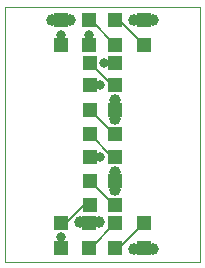
<source format=gtl>
G75*
%MOIN*%
%OFA0B0*%
%FSLAX24Y24*%
%IPPOS*%
%LPD*%
%AMOC8*
5,1,8,0,0,1.08239X$1,22.5*
%
%ADD10C,0.0000*%
%ADD11R,0.0472X0.0472*%
%ADD12C,0.0397*%
%ADD13C,0.0060*%
%ADD14C,0.0317*%
D10*
X001267Y002517D02*
X001267Y011017D01*
X007767Y011017D01*
X007767Y002517D01*
X001267Y002517D01*
D11*
X003142Y002978D03*
X003142Y003805D03*
X004079Y003805D03*
X004103Y004392D03*
X004103Y005204D03*
X004103Y006017D03*
X004103Y006767D03*
X004103Y007579D03*
X004103Y008392D03*
X004103Y009142D03*
X004079Y009728D03*
X004079Y010555D03*
X004954Y010555D03*
X004954Y009728D03*
X004930Y009142D03*
X004930Y008392D03*
X004930Y007579D03*
X004930Y006767D03*
X004930Y006017D03*
X004930Y005204D03*
X004930Y004392D03*
X004954Y003805D03*
X004954Y002978D03*
X004079Y002978D03*
X005892Y002978D03*
X005892Y003805D03*
X005892Y009728D03*
X005892Y010555D03*
X003142Y010555D03*
X003142Y009728D03*
D12*
X003454Y010579D03*
X002829Y010579D03*
X004954Y007892D03*
X004954Y007267D03*
X004954Y005517D03*
X004954Y004892D03*
X004392Y003829D03*
X003767Y003829D03*
X005579Y002954D03*
X006204Y002954D03*
X006204Y010579D03*
X005579Y010579D03*
D13*
X005868Y010579D01*
X005892Y010555D01*
X005916Y010579D01*
X006204Y010579D01*
X005892Y009728D02*
X005065Y010555D01*
X004954Y010555D01*
X004127Y010555D02*
X004954Y009728D01*
X004930Y009142D02*
X004579Y009142D01*
X004103Y009142D02*
X004853Y008392D01*
X004930Y008392D01*
X004954Y007892D02*
X004954Y007603D01*
X004930Y007579D01*
X004954Y007555D01*
X004954Y007267D01*
X004930Y006767D02*
X004916Y006767D01*
X004103Y007579D01*
X004103Y006767D02*
X004853Y006017D01*
X004930Y006017D01*
X004954Y005517D02*
X004954Y005228D01*
X004930Y005204D01*
X004954Y005180D01*
X004954Y004892D01*
X004930Y004392D02*
X004916Y004392D01*
X004103Y005204D01*
X004103Y004392D02*
X003892Y004392D01*
X003305Y003805D01*
X003142Y003805D01*
X003142Y003329D02*
X003142Y002978D01*
X003767Y003829D02*
X004055Y003829D01*
X004079Y003805D01*
X004103Y003829D01*
X004392Y003829D01*
X004954Y003805D02*
X004127Y002978D01*
X004079Y002978D01*
X004954Y002978D02*
X005065Y002978D01*
X005892Y003805D01*
X005892Y002978D02*
X005916Y002954D01*
X006204Y002954D01*
X005892Y002978D02*
X005868Y002954D01*
X005579Y002954D01*
X004454Y006017D02*
X004103Y006017D01*
X004103Y008392D02*
X004454Y008392D01*
X004079Y009728D02*
X004079Y010079D01*
X004079Y010555D02*
X004127Y010555D01*
X003454Y010579D02*
X003166Y010579D01*
X003142Y010555D01*
X003118Y010579D01*
X002829Y010579D01*
X003142Y010079D02*
X003142Y009728D01*
D14*
X003142Y010079D03*
X004079Y010079D03*
X004579Y009142D03*
X004454Y008392D03*
X004454Y006017D03*
X003142Y003329D03*
M02*

</source>
